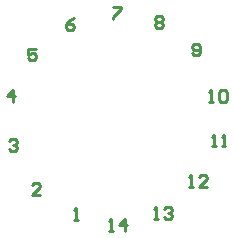
<source format=gto>
G04 Layer_Color=65535*
%FSLAX25Y25*%
%MOIN*%
G70*
G01*
G75*
%ADD12C,0.01000*%
D12*
X-12598Y-31791D02*
X-11287D01*
X-11942D01*
Y-27856D01*
X-12598Y-28512D01*
X-23754Y-23327D02*
X-26378D01*
X-23754Y-20703D01*
Y-20047D01*
X-24410Y-19391D01*
X-25722D01*
X-26378Y-20047D01*
X-34055Y-5480D02*
X-33399Y-4824D01*
X-32087D01*
X-31431Y-5480D01*
Y-6136D01*
X-32087Y-6792D01*
X-32743D01*
X-32087D01*
X-31431Y-7448D01*
Y-8104D01*
X-32087Y-8760D01*
X-33399D01*
X-34055Y-8104D01*
X-32875Y7677D02*
Y11613D01*
X-34843Y9645D01*
X-32219D01*
X-25231Y25392D02*
X-27854D01*
Y23425D01*
X-26542Y24081D01*
X-25886D01*
X-25231Y23425D01*
Y22113D01*
X-25886Y21457D01*
X-27198D01*
X-27854Y22113D01*
X-12534Y35530D02*
X-13846Y34874D01*
X-15157Y33562D01*
Y32250D01*
X-14502Y31594D01*
X-13190D01*
X-12534Y32250D01*
Y32906D01*
X-13190Y33562D01*
X-15157D01*
X492Y39270D02*
X3116D01*
Y38614D01*
X492Y35991D01*
Y35335D01*
X14567Y35465D02*
X15223Y36121D01*
X16535D01*
X17191Y35465D01*
Y34809D01*
X16535Y34153D01*
X17191Y33497D01*
Y32841D01*
X16535Y32185D01*
X15223D01*
X14567Y32841D01*
Y33497D01*
X15223Y34153D01*
X14567Y34809D01*
Y35465D01*
X15223Y34153D02*
X16535D01*
X26870Y23786D02*
X27526Y23130D01*
X28838D01*
X29494Y23786D01*
Y26410D01*
X28838Y27066D01*
X27526D01*
X26870Y26410D01*
Y25754D01*
X27526Y25098D01*
X29494D01*
X32579Y7579D02*
X33891D01*
X33235D01*
Y11514D01*
X32579Y10859D01*
X35859D02*
X36514Y11514D01*
X37826D01*
X38482Y10859D01*
Y8235D01*
X37826Y7579D01*
X36514D01*
X35859Y8235D01*
Y10859D01*
X33366Y-7185D02*
X34678D01*
X34022D01*
Y-3249D01*
X33366Y-3905D01*
X36646Y-7185D02*
X37958D01*
X37302D01*
Y-3249D01*
X36646Y-3905D01*
X25787Y-20768D02*
X27099D01*
X26443D01*
Y-16832D01*
X25787Y-17488D01*
X31691Y-20768D02*
X29067D01*
X31691Y-18144D01*
Y-17488D01*
X31035Y-16832D01*
X29723D01*
X29067Y-17488D01*
X14075Y-31496D02*
X15387D01*
X14731D01*
Y-27560D01*
X14075Y-28216D01*
X17355D02*
X18011Y-27560D01*
X19322D01*
X19978Y-28216D01*
Y-28872D01*
X19322Y-29528D01*
X18666D01*
X19322D01*
X19978Y-30184D01*
Y-30840D01*
X19322Y-31496D01*
X18011D01*
X17355Y-30840D01*
X-787Y-35335D02*
X525D01*
X-131D01*
Y-31399D01*
X-787Y-32055D01*
X4460Y-35335D02*
Y-31399D01*
X2492Y-33367D01*
X5116D01*
M02*

</source>
